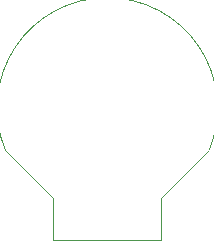
<source format=gbr>
G04 #@! TF.GenerationSoftware,KiCad,Pcbnew,5.1.5+dfsg1-2build2*
G04 #@! TF.CreationDate,2020-06-19T12:28:30-07:00*
G04 #@! TF.ProjectId,touch-circuit-v2,746f7563-682d-4636-9972-637569742d76,rev?*
G04 #@! TF.SameCoordinates,Original*
G04 #@! TF.FileFunction,Profile,NP*
%FSLAX46Y46*%
G04 Gerber Fmt 4.6, Leading zero omitted, Abs format (unit mm)*
G04 Created by KiCad (PCBNEW 5.1.5+dfsg1-2build2) date 2020-06-19 12:28:30*
%MOMM*%
%LPD*%
G04 APERTURE LIST*
%ADD10C,0.025400*%
G04 APERTURE END LIST*
D10*
X137668000Y-98044000D02*
X133604000Y-93980000D01*
X137668000Y-101600000D02*
X137668000Y-98044000D01*
X146812000Y-98044000D02*
X150876000Y-93980000D01*
X146812000Y-101600000D02*
X146812000Y-98044000D01*
X137668000Y-101600000D02*
X146812000Y-101600000D01*
X133604000Y-93980000D02*
G75*
G02X150876000Y-93980000I8636000J3556000D01*
G01*
M02*

</source>
